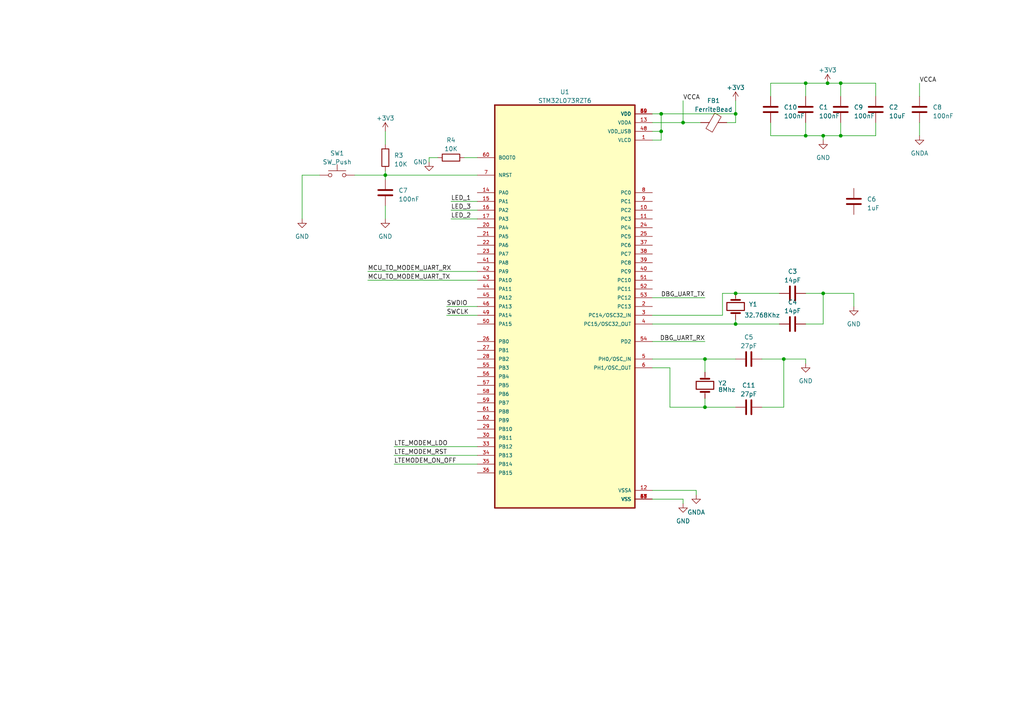
<source format=kicad_sch>
(kicad_sch (version 20230121) (generator eeschema)
  (paper "A4")
  (lib_symbols
    (symbol "Device:C" (pin_numbers hide) (pin_names (offset 0.254))
      (property "Reference" "C" (at 0.635 2.54 0))
      (property "Value" "C" (at 0.635 -2.54 0))
      (symbol "C_0_1"
        (polyline (pts (xy -2.032 -0.762) (xy 2.032 -0.762)) (stroke (width 0.508)))
        (polyline (pts (xy -2.032 0.762) (xy 2.032 0.762)) (stroke (width 0.508)))
      )
      (symbol "C_1_1"
        (pin passive line (at 0 3.81 270) (length 2.794) (name "~") (number "1"))
        (pin passive line (at 0 -3.81 90) (length 2.794) (name "~") (number "2"))
      )
    )
    (symbol "Device:Crystal" (pin_numbers hide) (pin_names (offset 1.016) hide)
      (property "Reference" "Y" (at 0 3.81 0))
      (property "Value" "Crystal" (at 0 -3.81 0))
      (symbol "Crystal_0_1"
        (rectangle (start -1.143 2.54) (end 1.143 -2.54) (stroke (width 0.3048)))
        (polyline (pts (xy -2.54 0) (xy -1.905 0)))
        (polyline (pts (xy -1.905 -1.27) (xy -1.905 1.27)) (stroke (width 0.508)))
        (polyline (pts (xy 1.905 -1.27) (xy 1.905 1.27)) (stroke (width 0.508)))
        (polyline (pts (xy 2.54 0) (xy 1.905 0)))
      )
      (symbol "Crystal_1_1"
        (pin passive line (at -3.81 0 0) (length 1.27) (name "1") (number "1"))
        (pin passive line (at 3.81 0 180) (length 1.27) (name "2") (number "2"))
      )
    )
    (symbol "Device:FerriteBead" (pin_numbers hide) (pin_names (offset 0))
      (property "Reference" "FB" (at -3.81 0.635 90))
      (property "Value" "FerriteBead" (at 3.81 0 90))
      (symbol "FerriteBead_0_1"
        (polyline (pts (xy 0 -1.27) (xy 0 -1.2192)))
        (polyline (pts (xy 0 1.27) (xy 0 1.2954)))
        (polyline (pts (xy -2.7686 0.4064) (xy -1.7018 2.2606) (xy 2.7686 -0.3048) (xy 1.6764 -2.159) (xy -2.7686 0.4064)))
      )
      (symbol "FerriteBead_1_1"
        (pin passive line (at 0 3.81 270) (length 2.54) (name "~") (number "1"))
        (pin passive line (at 0 -3.81 90) (length 2.54) (name "~") (number "2"))
      )
    )
    (symbol "Device:R" (pin_numbers hide) (pin_names (offset 0))
      (property "Reference" "R" (at 2.032 0 90))
      (property "Value" "R" (at 0 0 90))
      (symbol "R_0_1"
        (rectangle (start -1.016 -2.54) (end 1.016 2.54) (stroke (width 0.254)))
      )
      (symbol "R_1_1"
        (pin passive line (at 0 3.81 270) (length 1.27) (name "~") (number "1"))
        (pin passive line (at 0 -3.81 90) (length 1.27) (name "~") (number "2"))
      )
    )
    (symbol "STM32L073RZT6:STM32L073RZT6" (pin_names (offset 1.016))
      (property "Reference" "U" (at -20.32 59.42 0))
      (property "Value" "STM32L073RZT6" (at -20.32 -62.42 0))
      (symbol "STM32L073RZT6_0_0"
        (rectangle (start -20.32 -58.42) (end 20.32 58.42) (stroke (width 0.41)) (fill (type background)))
        (pin power_in line (at 25.4 48.26 180) (length 5.08) (name "VLCD") (number "1"))
        (pin bidirectional line (at 25.4 27.94 180) (length 5.08) (name "PC2") (number "10"))
        (pin bidirectional line (at 25.4 25.4 180) (length 5.08) (name "PC3") (number "11"))
        (pin power_in line (at 25.4 -53.34 180) (length 5.08) (name "VSSA") (number "12"))
        (pin power_in line (at 25.4 53.34 180) (length 5.08) (name "VDDA") (number "13"))
        (pin bidirectional line (at -25.4 33.02 0) (length 5.08) (name "PA0") (number "14"))
        (pin bidirectional line (at -25.4 30.48 0) (length 5.08) (name "PA1") (number "15"))
        (pin bidirectional line (at -25.4 27.94 0) (length 5.08) (name "PA2") (number "16"))
        (pin bidirectional line (at -25.4 25.4 0) (length 5.08) (name "PA3") (number "17"))
        (pin power_in line (at 25.4 -55.88 180) (length 5.08) (name "VSS") (number "18"))
        (pin power_in line (at 25.4 55.88 180) (length 5.08) (name "VDD") (number "19"))
        (pin bidirectional line (at 25.4 0 180) (length 5.08) (name "PC13") (number "2"))
        (pin bidirectional line (at -25.4 22.86 0) (length 5.08) (name "PA4") (number "20"))
        (pin bidirectional line (at -25.4 20.32 0) (length 5.08) (name "PA5") (number "21"))
        (pin bidirectional line (at -25.4 17.78 0) (length 5.08) (name "PA6") (number "22"))
        (pin bidirectional line (at -25.4 15.24 0) (length 5.08) (name "PA7") (number "23"))
        (pin bidirectional line (at 25.4 22.86 180) (length 5.08) (name "PC4") (number "24"))
        (pin bidirectional line (at 25.4 20.32 180) (length 5.08) (name "PC5") (number "25"))
        (pin bidirectional line (at -25.4 -10.16 0) (length 5.08) (name "PB0") (number "26"))
        (pin bidirectional line (at -25.4 -12.7 0) (length 5.08) (name "PB1") (number "27"))
        (pin bidirectional line (at -25.4 -15.24 0) (length 5.08) (name "PB2") (number "28"))
        (pin bidirectional line (at -25.4 -35.56 0) (length 5.08) (name "PB10") (number "29"))
        (pin bidirectional line (at 25.4 -2.54 180) (length 5.08) (name "PC14/OSC32_IN") (number "3"))
        (pin bidirectional line (at -25.4 -38.1 0) (length 5.08) (name "PB11") (number "30"))
        (pin power_in line (at 25.4 -55.88 180) (length 5.08) (name "VSS") (number "31"))
        (pin power_in line (at 25.4 55.88 180) (length 5.08) (name "VDD") (number "32"))
        (pin bidirectional line (at -25.4 -40.64 0) (length 5.08) (name "PB12") (number "33"))
        (pin bidirectional line (at -25.4 -43.18 0) (length 5.08) (name "PB13") (number "34"))
        (pin bidirectional line (at -25.4 -45.72 0) (length 5.08) (name "PB14") (number "35"))
        (pin bidirectional line (at -25.4 -48.26 0) (length 5.08) (name "PB15") (number "36"))
        (pin bidirectional line (at 25.4 17.78 180) (length 5.08) (name "PC6") (number "37"))
        (pin bidirectional line (at 25.4 15.24 180) (length 5.08) (name "PC7") (number "38"))
        (pin bidirectional line (at 25.4 12.7 180) (length 5.08) (name "PC8") (number "39"))
        (pin bidirectional line (at 25.4 -5.08 180) (length 5.08) (name "PC15/OSC32_OUT") (number "4"))
        (pin bidirectional line (at 25.4 10.16 180) (length 5.08) (name "PC9") (number "40"))
        (pin bidirectional line (at -25.4 12.7 0) (length 5.08) (name "PA8") (number "41"))
        (pin bidirectional line (at -25.4 10.16 0) (length 5.08) (name "PA9") (number "42"))
        (pin bidirectional line (at -25.4 7.62 0) (length 5.08) (name "PA10") (number "43"))
        (pin bidirectional line (at -25.4 5.08 0) (length 5.08) (name "PA11") (number "44"))
        (pin bidirectional line (at -25.4 2.54 0) (length 5.08) (name "PA12") (number "45"))
        (pin bidirectional line (at -25.4 0 0) (length 5.08) (name "PA13") (number "46"))
        (pin power_in line (at 25.4 -55.88 180) (length 5.08) (name "VSS") (number "47"))
        (pin power_in line (at 25.4 50.8 180) (length 5.08) (name "VDD_USB") (number "48"))
        (pin bidirectional line (at -25.4 -2.54 0) (length 5.08) (name "PA14") (number "49"))
        (pin bidirectional line (at 25.4 -15.24 180) (length 5.08) (name "PH0/OSC_IN") (number "5"))
        (pin bidirectional line (at -25.4 -5.08 0) (length 5.08) (name "PA15") (number "50"))
        (pin bidirectional line (at 25.4 7.62 180) (length 5.08) (name "PC10") (number "51"))
        (pin bidirectional line (at 25.4 5.08 180) (length 5.08) (name "PC11") (number "52"))
        (pin bidirectional line (at 25.4 2.54 180) (length 5.08) (name "PC12") (number "53"))
        (pin bidirectional line (at 25.4 -10.16 180) (length 5.08) (name "PD2") (number "54"))
        (pin bidirectional line (at -25.4 -17.78 0) (length 5.08) (name "PB3") (number "55"))
        (pin bidirectional line (at -25.4 -20.32 0) (length 5.08) (name "PB4") (number "56"))
        (pin bidirectional line (at -25.4 -22.86 0) (length 5.08) (name "PB5") (number "57"))
        (pin bidirectional line (at -25.4 -25.4 0) (length 5.08) (name "PB6") (number "58"))
        (pin bidirectional line (at -25.4 -27.94 0) (length 5.08) (name "PB7") (number "59"))
        (pin bidirectional line (at 25.4 -17.78 180) (length 5.08) (name "PH1/OSC_OUT") (number "6"))
        (pin input line (at -25.4 43.18 0) (length 5.08) (name "BOOT0") (number "60"))
        (pin bidirectional line (at -25.4 -30.48 0) (length 5.08) (name "PB8") (number "61"))
        (pin bidirectional line (at -25.4 -33.02 0) (length 5.08) (name "PB9") (number "62"))
        (pin power_in line (at 25.4 -55.88 180) (length 5.08) (name "VSS") (number "63"))
        (pin power_in line (at 25.4 55.88 180) (length 5.08) (name "VDD") (number "64"))
        (pin bidirectional line (at -25.4 38.1 0) (length 5.08) (name "NRST") (number "7"))
        (pin bidirectional line (at 25.4 33.02 180) (length 5.08) (name "PC0") (number "8"))
        (pin bidirectional line (at 25.4 30.48 180) (length 5.08) (name "PC1") (number "9"))
      )
    )
    (symbol "Switch:SW_Push" (pin_numbers hide) (pin_names (offset 1.016) hide)
      (property "Reference" "SW" (at 1.27 2.54 0))
      (property "Value" "SW_Push" (at 0 -1.524 0))
      (symbol "SW_Push_0_1"
        (circle (center -2.032 0) (radius 0.508))
        (polyline (pts (xy 0 1.27) (xy 0 3.048)))
        (polyline (pts (xy 2.54 1.27) (xy -2.54 1.27)))
        (circle (center 2.032 0) (radius 0.508))
        (pin passive line (at -5.08 0 0) (length 2.54) (name "1") (number "1"))
        (pin passive line (at 5.08 0 180) (length 2.54) (name "2") (number "2"))
      )
    )
    (symbol "power:+3V3" (power) (pin_names (offset 0))
      (property "Value" "+3V3" (at 0 3.556 0))
      (symbol "+3V3_0_1"
        (polyline (pts (xy -0.762 1.27) (xy 0 2.54)))
        (polyline (pts (xy 0 0) (xy 0 2.54)))
        (polyline (pts (xy 0 2.54) (xy 0.762 1.27)))
      )
      (symbol "+3V3_1_1"
        (pin power_in line (at 0 0 90) (length 0) hide (name "+3V3") (number "1"))
      )
    )
    (symbol "power:GND" (power) (pin_names (offset 0))
      (property "Value" "GND" (at 0 -3.81 0))
      (symbol "GND_0_1"
        (polyline (pts (xy 0 0) (xy 0 -1.27) (xy 1.27 -1.27) (xy 0 -2.54) (xy -1.27 -1.27) (xy 0 -1.27)))
      )
      (symbol "GND_1_1"
        (pin power_in line (at 0 0 270) (length 0) hide (name "GND") (number "1"))
      )
    )
    (symbol "power:GNDA" (power) (pin_names (offset 0))
      (property "Value" "GNDA" (at 0 -3.81 0))
      (symbol "GNDA_0_1"
        (polyline (pts (xy 0 0) (xy 0 -1.27) (xy 1.27 -1.27) (xy 0 -2.54) (xy -1.27 -1.27) (xy 0 -1.27)))
      )
      (symbol "GNDA_1_1"
        (pin power_in line (at 0 0 270) (length 0) hide (name "GNDA") (number "1"))
      )
    )
  )
  (junction (at 213.36 33.02))
  (junction (at 240.03 24.13))
  (junction (at 213.36 93.98))
  (junction (at 191.77 38.1))
  (junction (at 243.84 39.37))
  (junction (at 204.47 104.14))
  (junction (at 227.33 104.14))
  (junction (at 233.68 24.13))
  (junction (at 198.12 35.56))
  (junction (at 204.47 118.11))
  (junction (at 191.77 33.02))
  (junction (at 238.76 85.09))
  (junction (at 238.76 39.37))
  (junction (at 213.36 85.09))
  (junction (at 111.76 50.8))
  (junction (at 233.68 39.37))
  (junction (at 243.84 24.13))
  (wire (pts (xy 106.68 78.74) (xy 138.43 78.74)))
  (wire (pts (xy 204.47 104.14) (xy 213.36 104.14)))
  (wire (pts (xy 129.54 88.9) (xy 138.43 88.9)))
  (wire (pts (xy 189.23 38.1) (xy 191.77 38.1)))
  (wire (pts (xy 111.76 50.8) (xy 138.43 50.8)))
  (wire (pts (xy 106.68 81.28) (xy 138.43 81.28)))
  (wire (pts (xy 220.98 104.14) (xy 227.33 104.14)))
  (wire (pts (xy 130.81 58.42) (xy 138.43 58.42)))
  (wire (pts (xy 233.68 85.09) (xy 238.76 85.09)))
  (wire (pts (xy 209.55 91.44) (xy 209.55 85.09)))
  (wire (pts (xy 130.81 60.96) (xy 138.43 60.96)))
  (wire (pts (xy 189.23 91.44) (xy 209.55 91.44)))
  (wire (pts (xy 189.23 104.14) (xy 204.47 104.14)))
  (wire (pts (xy 189.23 99.06) (xy 204.47 99.06)))
  (wire (pts (xy 114.3 134.62) (xy 138.43 134.62)))
  (wire (pts (xy 266.7 35.56) (xy 266.7 39.37)))
  (wire (pts (xy 210.82 35.56) (xy 213.36 35.56)))
  (wire (pts (xy 198.12 35.56) (xy 203.2 35.56)))
  (wire (pts (xy 124.46 45.72) (xy 124.46 46.99)))
  (wire (pts (xy 111.76 49.53) (xy 111.76 50.8)))
  (wire (pts (xy 198.12 144.78) (xy 198.12 146.05)))
  (wire (pts (xy 233.68 27.94) (xy 233.68 24.13)))
  (wire (pts (xy 240.03 24.13) (xy 243.84 24.13)))
  (wire (pts (xy 111.76 59.69) (xy 111.76 63.5)))
  (wire (pts (xy 254 24.13) (xy 254 27.94)))
  (wire (pts (xy 238.76 39.37) (xy 238.76 40.64)))
  (wire (pts (xy 213.36 35.56) (xy 213.36 33.02)))
  (wire (pts (xy 227.33 118.11) (xy 220.98 118.11)))
  (wire (pts (xy 111.76 50.8) (xy 111.76 52.07)))
  (wire (pts (xy 233.68 104.14) (xy 233.68 105.41)))
  (wire (pts (xy 223.52 27.94) (xy 223.52 24.13)))
  (wire (pts (xy 266.7 24.13) (xy 266.7 27.94)))
  (wire (pts (xy 223.52 35.56) (xy 223.52 39.37)))
  (wire (pts (xy 243.84 24.13) (xy 254 24.13)))
  (wire (pts (xy 254 35.56) (xy 254 39.37)))
  (wire (pts (xy 254 39.37) (xy 243.84 39.37)))
  (wire (pts (xy 223.52 39.37) (xy 233.68 39.37)))
  (wire (pts (xy 114.3 132.08) (xy 138.43 132.08)))
  (wire (pts (xy 114.3 129.54) (xy 138.43 129.54)))
  (wire (pts (xy 209.55 85.09) (xy 213.36 85.09)))
  (wire (pts (xy 134.62 45.72) (xy 138.43 45.72)))
  (wire (pts (xy 87.63 50.8) (xy 87.63 63.5)))
  (wire (pts (xy 213.36 29.21) (xy 213.36 33.02)))
  (wire (pts (xy 189.23 93.98) (xy 213.36 93.98)))
  (wire (pts (xy 243.84 35.56) (xy 243.84 39.37)))
  (wire (pts (xy 92.71 50.8) (xy 87.63 50.8)))
  (wire (pts (xy 227.33 104.14) (xy 227.33 118.11)))
  (wire (pts (xy 238.76 85.09) (xy 247.65 85.09)))
  (wire (pts (xy 247.65 85.09) (xy 247.65 88.9)))
  (wire (pts (xy 213.36 85.09) (xy 226.06 85.09)))
  (wire (pts (xy 191.77 33.02) (xy 191.77 38.1)))
  (wire (pts (xy 191.77 33.02) (xy 213.36 33.02)))
  (wire (pts (xy 233.68 24.13) (xy 240.03 24.13)))
  (wire (pts (xy 130.81 63.5) (xy 138.43 63.5)))
  (wire (pts (xy 189.23 144.78) (xy 198.12 144.78)))
  (wire (pts (xy 204.47 107.95) (xy 204.47 104.14)))
  (wire (pts (xy 189.23 106.68) (xy 194.31 106.68)))
  (wire (pts (xy 191.77 38.1) (xy 191.77 40.64)))
  (wire (pts (xy 189.23 35.56) (xy 198.12 35.56)))
  (wire (pts (xy 204.47 118.11) (xy 213.36 118.11)))
  (wire (pts (xy 102.87 50.8) (xy 111.76 50.8)))
  (wire (pts (xy 213.36 92.71) (xy 213.36 93.98)))
  (wire (pts (xy 189.23 86.36) (xy 204.47 86.36)))
  (wire (pts (xy 223.52 24.13) (xy 233.68 24.13)))
  (wire (pts (xy 194.31 118.11) (xy 204.47 118.11)))
  (wire (pts (xy 127 45.72) (xy 124.46 45.72)))
  (wire (pts (xy 189.23 40.64) (xy 191.77 40.64)))
  (wire (pts (xy 189.23 33.02) (xy 191.77 33.02)))
  (wire (pts (xy 204.47 115.57) (xy 204.47 118.11)))
  (wire (pts (xy 129.54 91.44) (xy 138.43 91.44)))
  (wire (pts (xy 243.84 39.37) (xy 238.76 39.37)))
  (wire (pts (xy 233.68 39.37) (xy 233.68 35.56)))
  (wire (pts (xy 243.84 24.13) (xy 243.84 27.94)))
  (wire (pts (xy 198.12 29.21) (xy 198.12 35.56)))
  (wire (pts (xy 213.36 93.98) (xy 226.06 93.98)))
  (wire (pts (xy 238.76 93.98) (xy 233.68 93.98)))
  (wire (pts (xy 111.76 38.1) (xy 111.76 41.91)))
  (wire (pts (xy 189.23 142.24) (xy 201.93 142.24)))
  (wire (pts (xy 227.33 104.14) (xy 233.68 104.14)))
  (wire (pts (xy 238.76 39.37) (xy 233.68 39.37)))
  (wire (pts (xy 201.93 142.24) (xy 201.93 143.51)))
  (wire (pts (xy 194.31 106.68) (xy 194.31 118.11)))
  (wire (pts (xy 238.76 85.09) (xy 238.76 93.98)))
  (label "DBG_UART_TX" (at 204.47 86.36 180))
  (label "LTE_MODEM_LDO" (at 114.3 129.54 0))
  (label "LED_1" (at 130.81 58.42 0))
  (label "DBG_UART_RX" (at 204.47 99.06 180))
  (label "LTEMODEM_ON_OFF" (at 114.3 134.62 0))
  (label "LED_3" (at 130.81 60.96 0))
  (label "MCU_TO_MODEM_UART_RX" (at 106.68 78.74 0))
  (label "VCCA" (at 266.7 24.13 0))
  (label "SWCLK" (at 129.54 91.44 0))
  (label "LTE_MODEM_RST" (at 114.3 132.08 0))
  (label "MCU_TO_MODEM_UART_TX" (at 106.68 81.28 0))
  (label "VCCA" (at 198.12 29.21 0))
  (label "LED_2" (at 130.81 63.5 0))
  (label "SWDIO" (at 129.54 88.9 0))
  (symbol (lib_id "Device:C") (at 247.65 58.42 0) (unit 1)
    (property "Reference" "C6" (at 251.46 57.785 0) (effects (justify left)))
    (property "Value" "1uF" (at 251.46 60.325 0) (effects (justify left)))
  )
  (symbol (lib_id "Device:C") (at 233.68 31.75 0) (unit 1)
    (property "Reference" "C1" (at 237.49 31.115 0) (effects (justify left)))
    (property "Value" "100nF" (at 237.49 33.655 0) (effects (justify left)))
  )
  (symbol (lib_id "Device:R") (at 111.76 45.72 180) (unit 1)
    (property "Reference" "R3" (at 114.3 45.085 0) (effects (justify right)))
    (property "Value" "10K" (at 114.3 47.625 0) (effects (justify right)))
  )
  (symbol (lib_id "Device:C") (at 243.84 31.75 0) (unit 1)
    (property "Reference" "C9" (at 247.65 31.115 0) (effects (justify left)))
    (property "Value" "100nF" (at 247.65 33.655 0) (effects (justify left)))
  )
  (symbol (lib_id "Device:R") (at -41.91 69.85 0) (unit 1)
    (property "Reference" "R1" (at -39.37 69.215 0) (effects (justify left)))
    (property "Value" "R" (at -39.37 71.755 0) (effects (justify left)))
  )
  (symbol (lib_id "Device:C") (at 229.87 85.09 90) (unit 1)
    (property "Reference" "C3" (at 229.87 78.74 90))
    (property "Value" "14pF" (at 229.87 81.28 90))
  )
  (symbol (lib_id "power:GND") (at 111.76 63.5 0) (unit 1)
    (property "Reference" "#PWR07" (effects hide))
    (property "Value" "GND" (at 111.76 68.58 0))
  )
  (symbol (lib_id "power:GND") (at 247.65 88.9 0) (unit 1)
    (property "Reference" "#PWR011" (effects hide))
    (property "Value" "GND" (at 247.65 93.98 0))
  )
  (symbol (lib_id "power:GND") (at 233.68 105.41 0) (unit 1)
    (property "Reference" "#PWR012" (effects hide))
    (property "Value" "GND" (at 233.68 110.49 0))
  )
  (symbol (lib_id "Device:C") (at 217.17 118.11 90) (unit 1)
    (property "Reference" "C11" (at 217.17 111.76 90))
    (property "Value" "27pF" (at 217.17 114.3 90))
  )
  (symbol (lib_id "Device:R") (at 130.81 45.72 90) (unit 1)
    (property "Reference" "R4" (at 130.81 40.64 90))
    (property "Value" "10K" (at 130.81 43.18 90))
  )
  (symbol (lib_id "power:GNDA") (at 266.7 39.37 0) (unit 1)
    (property "Reference" "#PWR01" (effects hide))
    (property "Value" "GNDA" (at 266.7 44.45 0))
  )
  (symbol (lib_id "Device:FerriteBead") (at 207.01 35.56 90) (unit 1)
    (property "Reference" "FB1" (at 206.9592 29.21 90))
    (property "Value" "FerriteBead" (at 206.9592 31.75 90))
  )
  (symbol (lib_id "power:GND") (at 238.76 40.64 0) (unit 1)
    (property "Reference" "#PWR06" (effects hide))
    (property "Value" "GND" (at 238.76 45.72 0))
  )
  (symbol (lib_id "power:GND") (at 87.63 63.5 0) (unit 1)
    (property "Reference" "#PWR08" (effects hide))
    (property "Value" "GND" (at 87.63 68.58 0))
  )
  (symbol (lib_id "Device:C") (at 111.76 55.88 0) (unit 1)
    (property "Reference" "C7" (at 115.57 55.245 0) (effects (justify left)))
    (property "Value" "100nF" (at 115.57 57.785 0) (effects (justify left)))
  )
  (symbol (lib_id "Device:R") (at -39.37 87.63 0) (unit 1)
    (property "Reference" "R2" (at -36.83 86.995 0) (effects (justify left)))
    (property "Value" "R" (at -36.83 89.535 0) (effects (justify left)))
  )
  (symbol (lib_id "power:GND") (at 124.46 46.99 0) (unit 1)
    (property "Reference" "#PWR02" (effects hide))
    (property "Value" "GND" (at 121.92 46.99 0))
  )
  (symbol (lib_id "Device:Crystal") (at 213.36 88.9 90) (unit 1)
    (property "Reference" "Y1" (at 217.17 88.265 90) (effects (justify right)))
    (property "Value" "32.768Khz" (at 215.9 91.44 90) (effects (justify right)))
  )
  (symbol (lib_id "Device:R") (at -24.13 105.41 0) (unit 1)
    (property "Reference" "R5" (at -21.59 104.775 0) (effects (justify left)))
    (property "Value" "R" (at -21.59 107.315 0) (effects (justify left)))
  )
  (symbol (lib_id "power:+3V3") (at 111.76 38.1 0) (unit 1)
    (property "Reference" "#PWR05" (effects hide))
    (property "Value" "+3V3" (at 111.76 34.29 0))
  )
  (symbol (lib_id "Device:Crystal") (at 204.47 111.76 90) (unit 1)
    (property "Reference" "Y2" (at 208.28 111.125 90) (effects (justify right)))
    (property "Value" "8Mhz" (at 208.28 113.03 90) (effects (justify right)))
  )
  (symbol (lib_id "Device:C") (at 229.87 93.98 90) (unit 1)
    (property "Reference" "C4" (at 229.87 87.63 90))
    (property "Value" "14pF" (at 229.87 90.17 90))
  )
  (symbol (lib_id "Device:C") (at 254 31.75 0) (unit 1)
    (property "Reference" "C2" (at 257.81 31.115 0) (effects (justify left)))
    (property "Value" "10uF" (at 257.81 33.655 0) (effects (justify left)))
  )
  (symbol (lib_id "Device:C") (at 266.7 31.75 0) (unit 1)
    (property "Reference" "C8" (at 270.51 31.115 0) (effects (justify left)))
    (property "Value" "100nF" (at 270.51 33.655 0) (effects (justify left)))
  )
  (symbol (lib_id "STM32L073RZT6:STM32L073RZT6") (at 163.83 88.9 0) (unit 1)
    (property "Reference" "U1" (at 163.83 26.67 0))
    (property "Value" "STM32L073RZT6" (at 163.83 29.21 0))
    (property "Footprint" "QFP50P1200X1200X160-64N" (effects hide))
    (property "MF" "STMicroelectronics" (effects hide))
    (property "DIGI-KEY_PURCHASE_URL" "https://www.digikey.com.ua/product-detail/en/stmicroelectronics/STM32L073RZT6/497-16270-ND/5805502?utm_source=snapeda&utm_medium=aggregator&utm_campaign=symbol" (effects hide))
    (property "DESCRIPTION" "Ultra-low-power ARM Cortex-M0+ MCU with 192 Kbytes Flash, 32 MHz CPU, USB, LCD" (effects hide))
    (property "PACKAGE" "LQFP-64 STMicroelectronics" (effects hide))
    (property "Price" "None" (effects hide))
    (property "Package" "LQFP-64 STMicroelectronics" (effects hide))
    (property "Check_prices" "https://www.snapeda.com/parts/STM32L073RZT6/STMicroelectronics/view-part/?ref=eda" (effects hide))
    (property "STANDARD" "IPC-7351B" (effects hide))
    (property "PARTREV" "4" (effects hide))
    (property "SnapEDA_Link" "https://www.snapeda.com/parts/STM32L073RZT6/STMicroelectronics/view-part/?ref=snap" (effects hide))
    (property "MP" "STM32L073RZT6" (effects hide))
    (property "Purchase-URL" "https://pricing.snapeda.com/search?q=STM32L073RZT6&ref=eda" (effects hide))
    (property "Description" "\nARM® Cortex®-M0+ STM32L0 Microcontroller IC 32-Bit Single-Core 32MHz 192KB (192K x 8) FLASH 64-LQFP (10x10)\n" (effects hide))
    (property "DIGI-KEY_PART_NUMBER" "497-16270-ND" (effects hide))
    (property "Availability" "In Stock" (effects hide))
    (property "MANUFACTURER" "STMicroelectronics" (effects hide))
  )
  (symbol (lib_id "power:GND") (at 198.12 146.05 0) (unit 1)
    (property "Reference" "#PWR09" (effects hide))
    (property "Value" "GND" (at 198.12 151.13 0))
  )
  (symbol (lib_id "power:+3V3") (at 213.36 29.21 0) (unit 1)
    (property "Reference" "#PWR03" (effects hide))
    (property "Value" "+3V3" (at 213.36 25.4 0))
  )
  (symbol (lib_id "power:+3V3") (at 240.03 24.13 0) (unit 1)
    (property "Reference" "#PWR04" (effects hide))
    (property "Value" "+3V3" (at 240.03 20.32 0))
  )
  (symbol (lib_id "Device:C") (at 217.17 104.14 90) (unit 1)
    (property "Reference" "C5" (at 217.17 97.79 90))
    (property "Value" "27pF" (at 217.17 100.33 90))
  )
  (symbol (lib_id "Device:C") (at 223.52 31.75 0) (unit 1)
    (property "Reference" "C10" (at 227.33 31.115 0) (effects (justify left)))
    (property "Value" "100nF" (at 227.33 33.655 0) (effects (justify left)))
  )
  (symbol (lib_id "Switch:SW_Push") (at 97.79 50.8 0) (unit 1)
    (property "Reference" "SW1" (at 97.79 44.45 0))
    (property "Value" "SW_Push" (at 97.79 46.99 0))
  )
  (symbol (lib_id "power:GNDA") (at 201.93 143.51 0) (unit 1)
    (property "Reference" "#PWR010" (effects hide))
    (property "Value" "GNDA" (at 201.93 148.59 0))
  )
)
</source>
